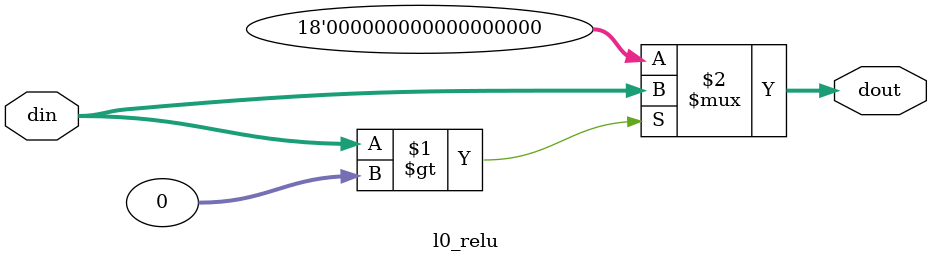
<source format=sv>
module l0_relu (din, dout);
  input signed [17:0] din;
  output [17:0] dout;

  assign dout = din > 0 ? din : 18'h0;
endmodule // relu

</source>
